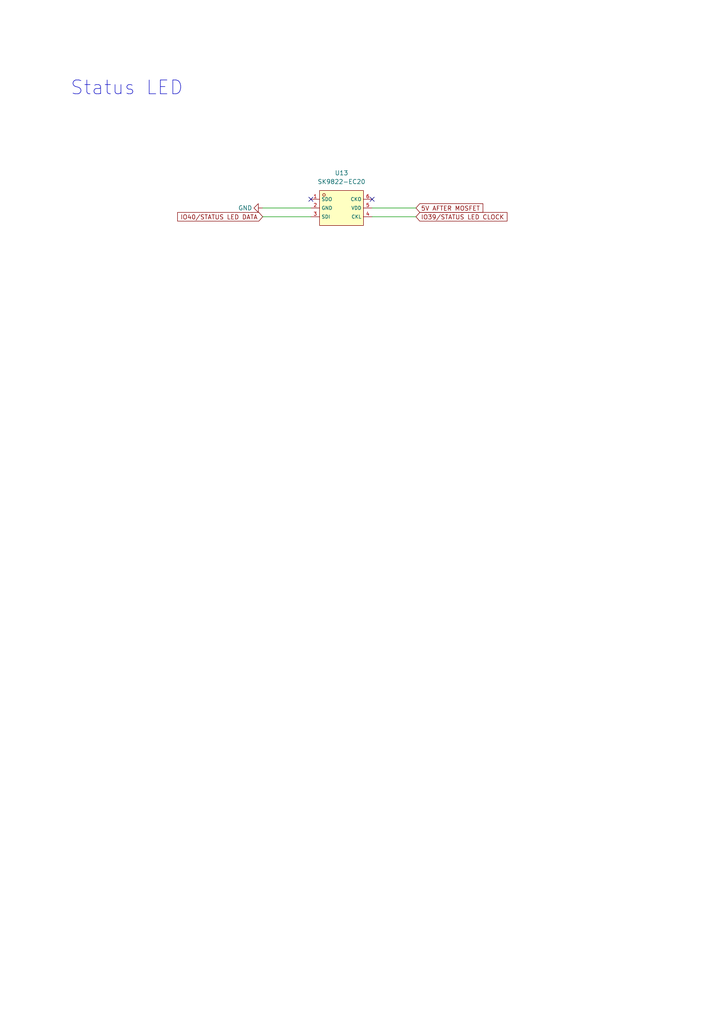
<source format=kicad_sch>
(kicad_sch (version 20230121) (generator eeschema)
  (paper "A4" portrait)
  (lib_symbols
    (symbol "MyParts:SK9822-EC20"
      (property "Reference" "U" (at 0 1.27 0))
      (property "Value" "SK9822-EC20" (at 0 -2.54 0))
      (symbol "SK9822-EC20_0_0"
        (rectangle (start 0 -5.08) (end 12.7 -15.24) (fill (type background)))
        (circle (center 1.27 -6.35) (radius 0.381) (fill (type background)))
        (pin unspecified line (at -2.54 -7.62 0) (length 2.54) (name "SDO") (number "1"))
        (pin unspecified line (at -2.54 -10.16 0) (length 2.54) (name "GND") (number "2"))
        (pin unspecified line (at -2.54 -12.7 0) (length 2.54) (name "SDI") (number "3"))
        (pin unspecified line (at 15.24 -12.7 180) (length 2.54) (name "CKL") (number "4"))
        (pin unspecified line (at 15.24 -10.16 180) (length 2.54) (name "VDD") (number "5"))
        (pin unspecified line (at 15.24 -7.62 180) (length 2.54) (name "CKO") (number "6"))
      )
    )
    (symbol "power:GND" (power) (pin_names (offset 0))
      (property "Value" "GND" (at 0 -3.81 0))
      (symbol "GND_0_1"
        (polyline (pts (xy 0 0) (xy 0 -1.27) (xy 1.27 -1.27) (xy 0 -2.54) (xy -1.27 -1.27) (xy 0 -1.27)))
      )
      (symbol "GND_1_1"
        (pin power_in line (at 0 0 270) (length 0) hide (name "GND") (number "1"))
      )
    )
  )
  (no_connect (at 107.95 57.785))
  (no_connect (at 90.17 57.785))
  (wire (pts (xy 107.95 60.325) (xy 120.65 60.325)))
  (wire (pts (xy 76.2 62.865) (xy 90.17 62.865)))
  (wire (pts (xy 76.2 60.325) (xy 90.17 60.325)))
  (wire (pts (xy 107.95 62.865) (xy 120.65 62.865)))
  (text "Status LED" (at 20.32 27.94 0) (effects (font (size 4 4)) (justify left bottom)))
  (global_label "IO39{slash}STATUS LED CLOCK" (shape input) (at 120.65 62.865 0) (property "Intersheetrefs" "${INTERSHEET_REFS}" (effects hide)))
  (global_label "IO40{slash}STATUS LED DATA" (shape input) (at 76.2 62.865 180) (property "Intersheetrefs" "${INTERSHEET_REFS}" (effects hide)))
  (global_label "5V AFTER MOSFET" (shape input) (at 120.65 60.325 0) (property "Intersheetrefs" "${INTERSHEET_REFS}" (effects hide)))
  (symbol (lib_id "power:GND") (at 76.2 60.325 270) (unit 1)
    (property "Reference" "#PWR0105" (effects hide))
    (property "Value" "GND" (at 71.12 60.325 90))
  )
  (symbol (lib_id "MyParts:SK9822-EC20") (at 92.71 50.165 0) (unit 1)
    (property "Reference" "U13" (at 99.06 50.165 0))
    (property "Value" "SK9822-EC20" (at 99.06 52.705 0))
    (property "Footprint" "footprint:LED-SMD_6P-L2.0-W2.0-P0.80-TL" (effects hide))
    (property "Datasheet" "https://cn.bing.com/search?q=datasheet： APA102-2020" (effects hide))
    (property "LCSC" "C2909059" (effects hide))
  )
)
</source>
